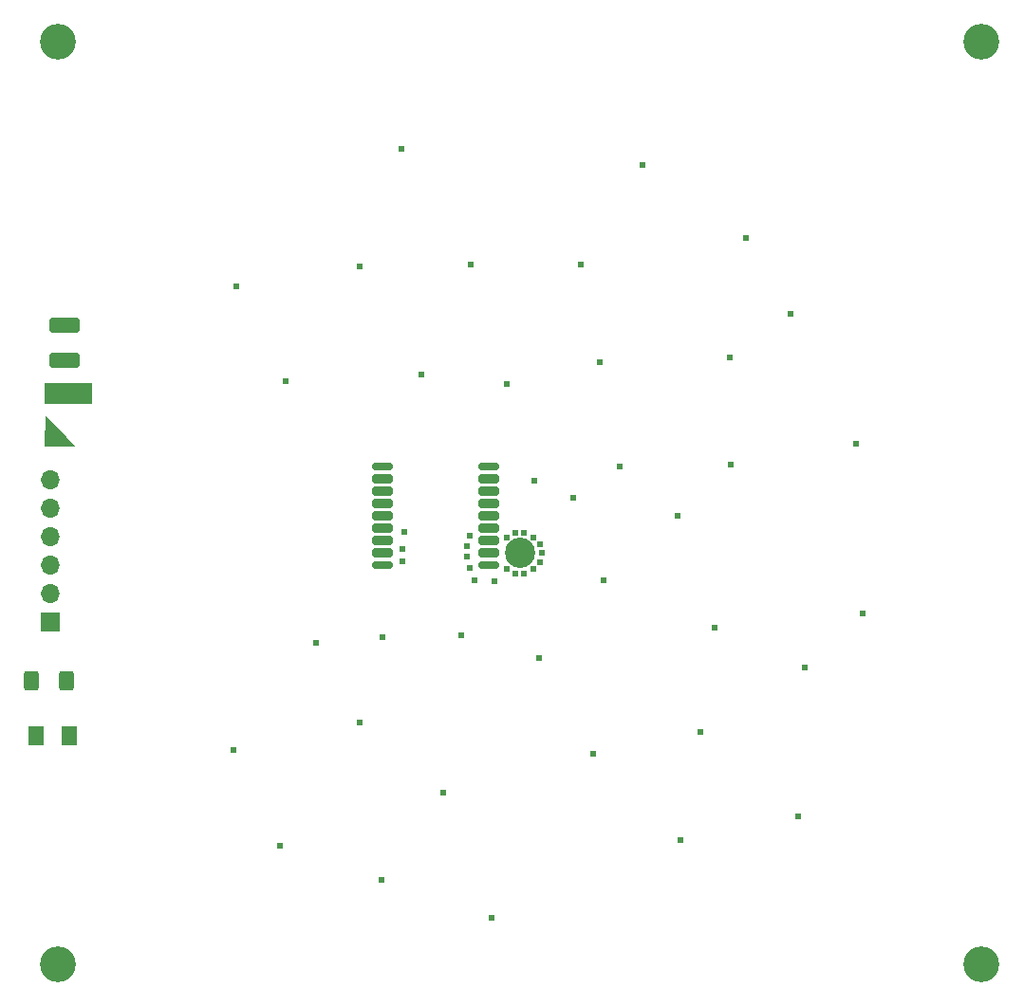
<source format=gbr>
%TF.GenerationSoftware,KiCad,Pcbnew,7.0.6-0*%
%TF.CreationDate,2024-12-08T15:00:42-03:00*%
%TF.ProjectId,CommsBoard,436f6d6d-7342-46f6-9172-642e6b696361,rev?*%
%TF.SameCoordinates,Original*%
%TF.FileFunction,Soldermask,Top*%
%TF.FilePolarity,Negative*%
%FSLAX46Y46*%
G04 Gerber Fmt 4.6, Leading zero omitted, Abs format (unit mm)*
G04 Created by KiCad (PCBNEW 7.0.6-0) date 2024-12-08 15:00:42*
%MOMM*%
%LPD*%
G01*
G04 APERTURE LIST*
G04 Aperture macros list*
%AMRoundRect*
0 Rectangle with rounded corners*
0 $1 Rounding radius*
0 $2 $3 $4 $5 $6 $7 $8 $9 X,Y pos of 4 corners*
0 Add a 4 corners polygon primitive as box body*
4,1,4,$2,$3,$4,$5,$6,$7,$8,$9,$2,$3,0*
0 Add four circle primitives for the rounded corners*
1,1,$1+$1,$2,$3*
1,1,$1+$1,$4,$5*
1,1,$1+$1,$6,$7*
1,1,$1+$1,$8,$9*
0 Add four rect primitives between the rounded corners*
20,1,$1+$1,$2,$3,$4,$5,0*
20,1,$1+$1,$4,$5,$6,$7,0*
20,1,$1+$1,$6,$7,$8,$9,0*
20,1,$1+$1,$8,$9,$2,$3,0*%
G04 Aperture macros list end*
%ADD10C,0.000100*%
%ADD11C,1.200000*%
%ADD12R,1.700000X1.700000*%
%ADD13O,1.700000X1.700000*%
%ADD14C,3.200000*%
%ADD15RoundRect,0.175000X-0.725000X-0.175000X0.725000X-0.175000X0.725000X0.175000X-0.725000X0.175000X0*%
%ADD16RoundRect,0.200000X-0.700000X-0.200000X0.700000X-0.200000X0.700000X0.200000X-0.700000X0.200000X0*%
%ADD17RoundRect,0.250000X0.400000X0.625000X-0.400000X0.625000X-0.400000X-0.625000X0.400000X-0.625000X0*%
%ADD18RoundRect,0.250000X1.100000X-0.412500X1.100000X0.412500X-1.100000X0.412500X-1.100000X-0.412500X0*%
%ADD19RoundRect,0.250001X-0.462499X-0.624999X0.462499X-0.624999X0.462499X0.624999X-0.462499X0.624999X0*%
%ADD20RoundRect,0.102000X2.050000X0.850000X-2.050000X0.850000X-2.050000X-0.850000X2.050000X-0.850000X0*%
%ADD21C,2.704000*%
%ADD22C,0.609600*%
G04 APERTURE END LIST*
%TO.C,BT1*%
D10*
X75760400Y-81785000D02*
X73110400Y-81810000D01*
X73160400Y-79160000D01*
X75760400Y-81785000D01*
G36*
X75760400Y-81785000D02*
G01*
X73110400Y-81810000D01*
X73160400Y-79160000D01*
X75760400Y-81785000D01*
G37*
%TD*%
D11*
%TO.C,*%
X115510400Y-91400000D03*
%TD*%
D12*
%TO.C,J1*%
X73610400Y-97550000D03*
D13*
X73610400Y-95010000D03*
X73610400Y-92470000D03*
X73610400Y-89930000D03*
X73610400Y-87390000D03*
X73610400Y-84850000D03*
%TD*%
D14*
%TO.C,REF\u002A\u002A*%
X156700000Y-128100000D03*
%TD*%
%TO.C,REF\u002A\u002A*%
X74300000Y-128100000D03*
%TD*%
D15*
%TO.C,U1*%
X103270400Y-83690000D03*
D16*
X103270400Y-84790000D03*
X103270400Y-85890000D03*
X103270400Y-86990000D03*
X103270400Y-88090000D03*
X103270400Y-89190000D03*
X103270400Y-90290000D03*
X103270400Y-91390000D03*
D15*
X103270400Y-92490000D03*
X112770400Y-92490000D03*
D16*
X112770400Y-91390000D03*
X112770400Y-90290000D03*
X112770400Y-89190000D03*
X112770400Y-88090000D03*
X112770400Y-86990000D03*
X112770400Y-85890000D03*
X112770400Y-84790000D03*
D15*
X112770400Y-83690000D03*
%TD*%
D14*
%TO.C,REF\u002A\u002A*%
X74300000Y-45700000D03*
%TD*%
D17*
%TO.C,R1*%
X75060400Y-102800000D03*
X71960400Y-102800000D03*
%TD*%
D14*
%TO.C,REF\u002A\u002A*%
X156700000Y-45700000D03*
%TD*%
D18*
%TO.C,C2*%
X74910400Y-74162500D03*
X74910400Y-71037500D03*
%TD*%
D19*
%TO.C,D1*%
X72322900Y-107700000D03*
X75297900Y-107700000D03*
%TD*%
D20*
%TO.C,BT1*%
X75260400Y-77160000D03*
%TD*%
D21*
%TO.C,*%
X115510400Y-91400000D03*
%TD*%
D22*
X135720400Y-63270000D03*
X115910400Y-93210000D03*
X129610400Y-88100000D03*
X117510400Y-91410000D03*
X134310400Y-83500000D03*
X94090400Y-117540000D03*
X116810400Y-84900000D03*
X116710400Y-90010000D03*
X132910400Y-98100000D03*
X145510400Y-81600000D03*
X129810400Y-117000000D03*
X120310400Y-86500000D03*
X94630400Y-76080000D03*
X101210400Y-106500000D03*
X134210400Y-73920000D03*
X110790400Y-91700000D03*
X108710400Y-112800000D03*
X140910400Y-101600000D03*
X113270400Y-93930000D03*
X115110400Y-93210000D03*
X111480400Y-93860000D03*
X117310400Y-92210000D03*
X123010400Y-93800000D03*
X110820400Y-90790000D03*
X97310400Y-99400000D03*
X117310400Y-90610000D03*
X105010400Y-92100000D03*
X114310400Y-90010000D03*
X105010400Y-91000000D03*
X140340400Y-114870000D03*
X111010400Y-89810000D03*
X131630400Y-107400000D03*
X122010400Y-109300000D03*
X115110400Y-89610000D03*
X101210400Y-65760000D03*
X104940400Y-55270000D03*
X115910400Y-89610000D03*
X113010400Y-124000000D03*
X114310400Y-92810000D03*
X124410400Y-83700000D03*
X103280400Y-98940000D03*
X103160400Y-120560000D03*
X116710400Y-92810000D03*
X90180400Y-67550000D03*
X146110400Y-96800000D03*
X114370400Y-76260000D03*
X117210400Y-100800000D03*
X139630400Y-70040000D03*
X126470400Y-56700000D03*
X120960400Y-65590000D03*
X122610400Y-74330000D03*
X111010400Y-92690000D03*
X106740400Y-75440000D03*
X111170400Y-65590000D03*
X105210400Y-89500000D03*
X90000400Y-109000000D03*
X110300400Y-98740000D03*
M02*

</source>
